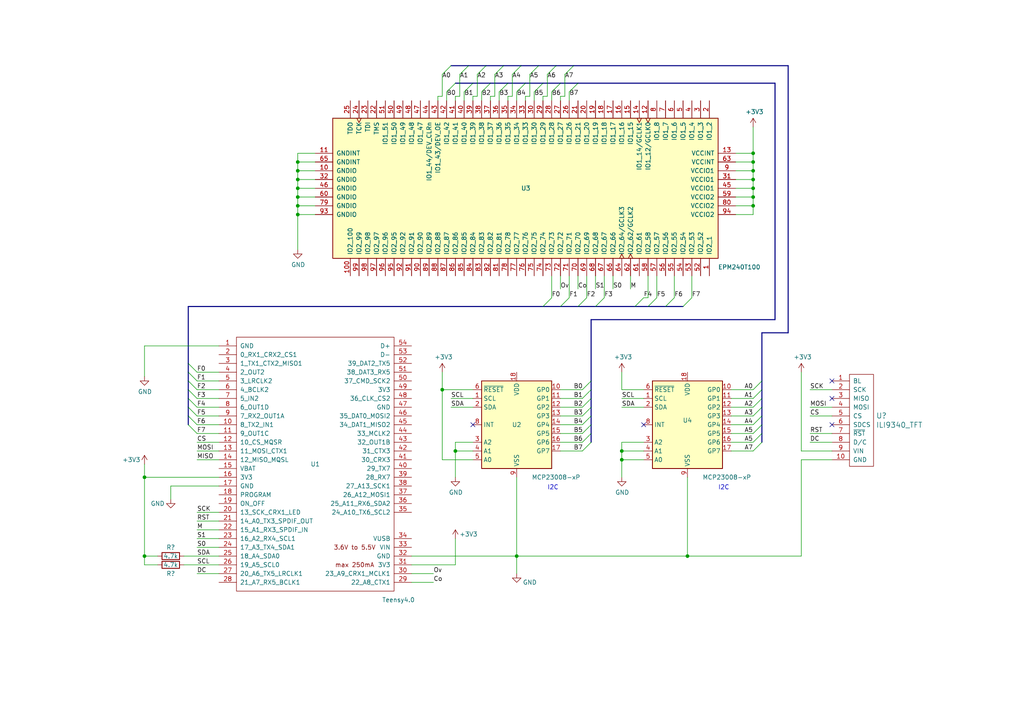
<source format=kicad_sch>
(kicad_sch (version 20230121) (generator eeschema)
  (paper "A4")
  (title_block (company "John Greenwell"))
  (lib_symbols
    (symbol "CPLD_Altera:EPM240T100" (pin_names (offset 1.016))
      (property "Reference" "U" (at 10.16 57.15 0))
      (property "Value" "EPM240T100" (at 10.16 -57.15 0))
      (symbol "EPM240T100_1_1"
        (rectangle (start -20.32 55.88) (end 20.32 -55.88) (stroke (width 0.254)) (fill (type background)))
        (pin bidirectional line (at 25.4 53.34 180) (length 5.08) (name "IO2_1") (number "1"))
        (pin power_in line (at -5.08 -60.96 90) (length 5.08) (name "GNDIO") (number "10"))
        (pin bidirectional line (at 25.4 -50.8 180) (length 5.08) (name "IO2_100") (number "100"))
        (pin power_in line (at -10.16 -60.96 90) (length 5.08) (name "GNDINT") (number "11"))
        (pin bidirectional clock (at -25.4 35.56 0) (length 5.08) (name "IO1_12/GCLK0") (number "12"))
        (pin power_in line (at -10.16 60.96 270) (length 5.08) (name "VCCINT") (number "13"))
        (pin bidirectional clock (at -25.4 33.02 0) (length 5.08) (name "IO1_14/GCLK1") (number "14"))
        (pin bidirectional line (at -25.4 30.48 0) (length 5.08) (name "IO1_15") (number "15"))
        (pin bidirectional line (at -25.4 27.94 0) (length 5.08) (name "IO1_16") (number "16"))
        (pin bidirectional line (at -25.4 25.4 0) (length 5.08) (name "IO1_17") (number "17"))
        (pin bidirectional line (at -25.4 22.86 0) (length 5.08) (name "IO1_18") (number "18"))
        (pin bidirectional line (at -25.4 20.32 0) (length 5.08) (name "IO1_19") (number "19"))
        (pin bidirectional line (at -25.4 53.34 0) (length 5.08) (name "IO1_2") (number "2"))
        (pin bidirectional line (at -25.4 17.78 0) (length 5.08) (name "IO1_20") (number "20"))
        (pin bidirectional line (at -25.4 15.24 0) (length 5.08) (name "IO1_21") (number "21"))
        (pin input line (at -25.4 -43.18 0) (length 5.08) (name "TMS") (number "22"))
        (pin input line (at -25.4 -45.72 0) (length 5.08) (name "TDI") (number "23"))
        (pin input clock (at -25.4 -48.26 0) (length 5.08) (name "TCK") (number "24"))
        (pin output line (at -25.4 -50.8 0) (length 5.08) (name "TDO") (number "25"))
        (pin bidirectional line (at -25.4 12.7 0) (length 5.08) (name "IO1_26") (number "26"))
        (pin bidirectional line (at -25.4 10.16 0) (length 5.08) (name "IO1_27") (number "27"))
        (pin bidirectional line (at -25.4 7.62 0) (length 5.08) (name "IO1_28") (number "28"))
        (pin bidirectional line (at -25.4 5.08 0) (length 5.08) (name "IO1_29") (number "29"))
        (pin bidirectional line (at -25.4 50.8 0) (length 5.08) (name "IO1_3") (number "3"))
        (pin bidirectional line (at -25.4 2.54 0) (length 5.08) (name "IO1_30") (number "30"))
        (pin power_in line (at -2.54 60.96 270) (length 5.08) (name "VCCIO1") (number "31"))
        (pin power_in line (at -2.54 -60.96 90) (length 5.08) (name "GNDIO") (number "32"))
        (pin bidirectional line (at -25.4 0 0) (length 5.08) (name "IO1_33") (number "33"))
        (pin bidirectional line (at -25.4 -2.54 0) (length 5.08) (name "IO1_34") (number "34"))
        (pin bidirectional line (at -25.4 -5.08 0) (length 5.08) (name "IO1_35") (number "35"))
        (pin bidirectional line (at -25.4 -7.62 0) (length 5.08) (name "IO1_36") (number "36"))
        (pin bidirectional line (at -25.4 -10.16 0) (length 5.08) (name "IO1_37") (number "37"))
        (pin bidirectional line (at -25.4 -12.7 0) (length 5.08) (name "IO1_38") (number "38"))
        (pin bidirectional line (at -25.4 -15.24 0) (length 5.08) (name "IO1_39") (number "39"))
        (pin bidirectional line (at -25.4 48.26 0) (length 5.08) (name "IO1_4") (number "4"))
        (pin bidirectional line (at -25.4 -17.78 0) (length 5.08) (name "IO1_40") (number "40"))
        (pin bidirectional line (at -25.4 -20.32 0) (length 5.08) (name "IO1_41") (number "41"))
        (pin bidirectional line (at -25.4 -22.86 0) (length 5.08) (name "IO1_42") (number "42"))
        (pin bidirectional line (at -25.4 -25.4 0) (length 5.08) (name "IO1_43/DEV_OE") (number "43"))
        (pin bidirectional line (at -25.4 -27.94 0) (length 5.08) (name "IO1_44/DEV_CLRn") (number "44"))
        (pin power_in line (at 0 60.96 270) (length 5.08) (name "VCCIO1") (number "45"))
        (pin power_in line (at 0 -60.96 90) (length 5.08) (name "GNDIO") (number "46"))
        (pin bidirectional line (at -25.4 -30.48 0) (length 5.08) (name "IO1_47") (number "47"))
        (pin bidirectional line (at -25.4 -33.02 0) (length 5.08) (name "IO1_48") (number "48"))
        (pin bidirectional line (at -25.4 -35.56 0) (length 5.08) (name "IO1_49") (number "49"))
        (pin bidirectional line (at -25.4 45.72 0) (length 5.08) (name "IO1_5") (number "5"))
        (pin bidirectional line (at -25.4 -38.1 0) (length 5.08) (name "IO1_50") (number "50"))
        (pin bidirectional line (at -25.4 -40.64 0) (length 5.08) (name "IO1_51") (number "51"))
        (pin bidirectional line (at 25.4 50.8 180) (length 5.08) (name "IO2_52") (number "52"))
        (pin bidirectional line (at 25.4 48.26 180) (length 5.08) (name "IO2_53") (number "53"))
        (pin bidirectional line (at 25.4 45.72 180) (length 5.08) (name "IO2_54") (number "54"))
        (pin bidirectional line (at 25.4 43.18 180) (length 5.08) (name "IO2_55") (number "55"))
        (pin bidirectional line (at 25.4 40.64 180) (length 5.08) (name "IO2_56") (number "56"))
        (pin bidirectional line (at 25.4 38.1 180) (length 5.08) (name "IO2_57") (number "57"))
        (pin bidirectional line (at 25.4 35.56 180) (length 5.08) (name "IO2_58") (number "58"))
        (pin power_in line (at 2.54 60.96 270) (length 5.08) (name "VCCIO2") (number "59"))
        (pin bidirectional line (at -25.4 43.18 0) (length 5.08) (name "IO1_6") (number "6"))
        (pin power_in line (at 2.54 -60.96 90) (length 5.08) (name "GNDIO") (number "60"))
        (pin bidirectional line (at 25.4 33.02 180) (length 5.08) (name "IO2_61") (number "61"))
        (pin bidirectional clock (at 25.4 30.48 180) (length 5.08) (name "IO2_62/GCLK2") (number "62"))
        (pin power_in line (at -7.62 60.96 270) (length 5.08) (name "VCCINT") (number "63"))
        (pin bidirectional clock (at 25.4 27.94 180) (length 5.08) (name "IO2_64/GCLK3") (number "64"))
        (pin power_in line (at -7.62 -60.96 90) (length 5.08) (name "GNDINT") (number "65"))
        (pin bidirectional line (at 25.4 25.4 180) (length 5.08) (name "IO2_66") (number "66"))
        (pin bidirectional line (at 25.4 22.86 180) (length 5.08) (name "IO2_67") (number "67"))
        (pin bidirectional line (at 25.4 20.32 180) (length 5.08) (name "IO2_68") (number "68"))
        (pin bidirectional line (at 25.4 17.78 180) (length 5.08) (name "IO2_69") (number "69"))
        (pin bidirectional line (at -25.4 40.64 0) (length 5.08) (name "IO1_7") (number "7"))
        (pin bidirectional line (at 25.4 15.24 180) (length 5.08) (name "IO2_70") (number "70"))
        (pin bidirectional line (at 25.4 12.7 180) (length 5.08) (name "IO2_71") (number "71"))
        (pin bidirectional line (at 25.4 10.16 180) (length 5.08) (name "IO2_72") (number "72"))
        (pin bidirectional line (at 25.4 7.62 180) (length 5.08) (name "IO2_73") (number "73"))
        (pin bidirectional line (at 25.4 5.08 180) (length 5.08) (name "IO2_74") (number "74"))
        (pin bidirectional line (at 25.4 2.54 180) (length 5.08) (name "IO2_75") (number "75"))
        (pin bidirectional line (at 25.4 0 180) (length 5.08) (name "IO2_76") (number "76"))
        (pin bidirectional line (at 25.4 -2.54 180) (length 5.08) (name "IO2_77") (number "77"))
        (pin bidirectional line (at 25.4 -5.08 180) (length 5.08) (name "IO2_78") (number "78"))
        (pin power_in line (at 5.08 -60.96 90) (length 5.08) (name "GNDIO") (number "79"))
        (pin bidirectional line (at -25.4 38.1 0) (length 5.08) (name "IO1_8") (number "8"))
        (pin power_in line (at 5.08 60.96 270) (length 5.08) (name "VCCIO2") (number "80"))
        (pin bidirectional line (at 25.4 -7.62 180) (length 5.08) (name "IO2_81") (number "81"))
        (pin bidirectional line (at 25.4 -10.16 180) (length 5.08) (name "IO2_82") (number "82"))
        (pin bidirectional line (at 25.4 -12.7 180) (length 5.08) (name "IO2_83") (number "83"))
        (pin bidirectional line (at 25.4 -15.24 180) (length 5.08) (name "IO2_84") (number "84"))
        (pin bidirectional line (at 25.4 -17.78 180) (length 5.08) (name "IO2_85") (number "85"))
        (pin bidirectional line (at 25.4 -20.32 180) (length 5.08) (name "IO2_86") (number "86"))
        (pin bidirectional line (at 25.4 -22.86 180) (length 5.08) (name "IO2_87") (number "87"))
        (pin bidirectional line (at 25.4 -25.4 180) (length 5.08) (name "IO2_88") (number "88"))
        (pin bidirectional line (at 25.4 -27.94 180) (length 5.08) (name "IO2_89") (number "89"))
        (pin power_in line (at -5.08 60.96 270) (length 5.08) (name "VCCIO1") (number "9"))
        (pin bidirectional line (at 25.4 -30.48 180) (length 5.08) (name "IO2_90") (number "90"))
        (pin bidirectional line (at 25.4 -33.02 180) (length 5.08) (name "IO2_91") (number "91"))
        (pin bidirectional line (at 25.4 -35.56 180) (length 5.08) (name "IO2_92") (number "92"))
        (pin power_in line (at 7.62 -60.96 90) (length 5.08) (name "GNDIO") (number "93"))
        (pin power_in line (at 7.62 60.96 270) (length 5.08) (name "VCCIO2") (number "94"))
        (pin bidirectional line (at 25.4 -38.1 180) (length 5.08) (name "IO2_95") (number "95"))
        (pin bidirectional line (at 25.4 -40.64 180) (length 5.08) (name "IO2_96") (number "96"))
        (pin bidirectional line (at 25.4 -43.18 180) (length 5.08) (name "IO2_97") (number "97"))
        (pin bidirectional line (at 25.4 -45.72 180) (length 5.08) (name "IO2_98") (number "98"))
        (pin bidirectional line (at 25.4 -48.26 180) (length 5.08) (name "IO2_99") (number "99"))
      )
    )
    (symbol "Device:R" (pin_numbers hide) (pin_names (offset 0))
      (property "Reference" "R" (at 2.032 0 90))
      (property "Value" "R" (at 0 0 90))
      (symbol "R_0_1"
        (rectangle (start -1.016 -2.54) (end 1.016 2.54) (stroke (width 0.254)))
      )
      (symbol "R_1_1"
        (pin passive line (at 0 3.81 270) (length 1.27) (name "~") (number "1"))
        (pin passive line (at 0 -3.81 90) (length 1.27) (name "~") (number "2"))
      )
    )
    (symbol "Interface_Expansion:MCP23008-xP"
      (property "Reference" "U" (at -8.89 13.97 0))
      (property "Value" "MCP23008-xP" (at 8.89 13.97 0))
      (symbol "MCP23008-xP_0_1"
        (rectangle (start -10.16 12.7) (end 10.16 -12.7) (stroke (width 0.254)) (fill (type background)))
      )
      (symbol "MCP23008-xP_1_1"
        (pin input line (at -12.7 7.62 0) (length 2.54) (name "SCL") (number "1"))
        (pin bidirectional line (at 12.7 10.16 180) (length 2.54) (name "GP0") (number "10"))
        (pin bidirectional line (at 12.7 7.62 180) (length 2.54) (name "GP1") (number "11"))
        (pin bidirectional line (at 12.7 5.08 180) (length 2.54) (name "GP2") (number "12"))
        (pin bidirectional line (at 12.7 2.54 180) (length 2.54) (name "GP3") (number "13"))
        (pin bidirectional line (at 12.7 0 180) (length 2.54) (name "GP4") (number "14"))
        (pin bidirectional line (at 12.7 -2.54 180) (length 2.54) (name "GP5") (number "15"))
        (pin bidirectional line (at 12.7 -5.08 180) (length 2.54) (name "GP6") (number "16"))
        (pin bidirectional line (at 12.7 -7.62 180) (length 2.54) (name "GP7") (number "17"))
        (pin power_in line (at 0 15.24 270) (length 2.54) (name "VDD") (number "18"))
        (pin bidirectional line (at -12.7 5.08 0) (length 2.54) (name "SDA") (number "2"))
        (pin input line (at -12.7 -5.08 0) (length 2.54) (name "A2") (number "3"))
        (pin input line (at -12.7 -7.62 0) (length 2.54) (name "A1") (number "4"))
        (pin input line (at -12.7 -10.16 0) (length 2.54) (name "A0") (number "5"))
        (pin input line (at -12.7 10.16 0) (length 2.54) (name "~{RESET}") (number "6"))
        (pin no_connect line (at -10.16 -2.54 0) (length 2.54) hide (name "NC") (number "7"))
        (pin output line (at -12.7 0 0) (length 2.54) (name "INT") (number "8"))
        (pin power_in line (at 0 -15.24 90) (length 2.54) (name "VSS") (number "9"))
      )
    )
    (symbol "ili9340_tft:ILI9340_TFT" (pin_names (offset 1.016))
      (property "Reference" "U" (at 4.445 0 0))
      (property "Value" "ILI9340_TFT" (at 6.985 -15.875 0))
      (symbol "ILI9340_TFT_0_1"
        (rectangle (start -3.81 12.065) (end 3.175 -14.605))
      )
      (symbol "ILI9340_TFT_1_1"
        (pin passive line (at -8.89 10.16 0) (length 5.08) (name "BL") (number "1"))
        (pin power_in line (at -8.89 -12.7 0) (length 5.08) (name "GND") (number "10"))
        (pin passive line (at -8.89 7.62 0) (length 5.08) (name "SCK") (number "2"))
        (pin passive line (at -8.89 5.08 0) (length 5.08) (name "MISO") (number "3"))
        (pin passive line (at -8.89 2.54 0) (length 5.08) (name "MOSI") (number "4"))
        (pin passive line (at -8.89 0 0) (length 5.08) (name "CS") (number "5"))
        (pin passive line (at -8.89 -2.54 0) (length 5.08) (name "SDCS") (number "6"))
        (pin passive line (at -8.89 -5.08 0) (length 5.08) (name "~{RST}") (number "7"))
        (pin passive line (at -8.89 -7.62 0) (length 5.08) (name "D/C") (number "8"))
        (pin power_in line (at -8.89 -10.16 0) (length 5.08) (name "VIN") (number "9"))
      )
    )
    (symbol "power:+3V3" (power) (pin_names (offset 0))
      (property "Value" "+3V3" (at 0 3.556 0))
      (symbol "+3V3_0_1"
        (polyline (pts (xy -0.762 1.27) (xy 0 2.54)))
        (polyline (pts (xy 0 0) (xy 0 2.54)))
        (polyline (pts (xy 0 2.54) (xy 0.762 1.27)))
      )
      (symbol "+3V3_1_1"
        (pin power_in line (at 0 0 90) (length 0) hide (name "+3V3") (number "1"))
      )
    )
    (symbol "power:GND" (power) (pin_names (offset 0))
      (property "Value" "GND" (at 0 -3.81 0))
      (symbol "GND_0_1"
        (polyline (pts (xy 0 0) (xy 0 -1.27) (xy 1.27 -1.27) (xy 0 -2.54) (xy -1.27 -1.27) (xy 0 -1.27)))
      )
      (symbol "GND_1_1"
        (pin power_in line (at 0 0 270) (length 0) hide (name "GND") (number "1"))
      )
    )
    (symbol "teensy:Teensy4.0" (pin_names (offset 1.016))
      (property "Reference" "U" (at 0 39.37 0))
      (property "Value" "Teensy4.0" (at 0 -39.37 0))
      (symbol "Teensy4.0_0_0"
        (text "3.6V to 5.5V" (at 11.43 -24.13 0) (effects (font (size 1.27 1.27))))
        (text "max 250mA" (at 11.43 -29.21 0) (effects (font (size 1.27 1.27))))
        (pin bidirectional line (at -27.94 11.43 0) (length 5.08) (name "8_TX2_IN1") (number "10"))
        (pin bidirectional line (at -27.94 8.89 0) (length 5.08) (name "9_OUT1C") (number "11"))
        (pin bidirectional line (at -27.94 6.35 0) (length 5.08) (name "10_CS_MQSR") (number "12"))
        (pin bidirectional line (at -27.94 3.81 0) (length 5.08) (name "11_MOSI_CTX1") (number "13"))
        (pin bidirectional line (at -27.94 1.27 0) (length 5.08) (name "12_MISO_MQSL") (number "14"))
        (pin power_in line (at -27.94 -1.27 0) (length 5.08) (name "VBAT") (number "15"))
        (pin power_in line (at -27.94 -3.81 0) (length 5.08) (name "3V3") (number "16"))
        (pin power_in line (at -27.94 -6.35 0) (length 5.08) (name "GND") (number "17"))
        (pin input line (at -27.94 -8.89 0) (length 5.08) (name "PROGRAM") (number "18"))
        (pin input line (at -27.94 -11.43 0) (length 5.08) (name "ON_OFF") (number "19"))
        (pin bidirectional line (at -27.94 -13.97 0) (length 5.08) (name "13_SCK_CRX1_LED") (number "20"))
        (pin bidirectional line (at -27.94 -16.51 0) (length 5.08) (name "14_A0_TX3_SPDIF_OUT") (number "21"))
        (pin bidirectional line (at -27.94 -19.05 0) (length 5.08) (name "15_A1_RX3_SPDIF_IN") (number "22"))
        (pin bidirectional line (at -27.94 -21.59 0) (length 5.08) (name "16_A2_RX4_SCL1") (number "23"))
        (pin bidirectional line (at -27.94 -24.13 0) (length 5.08) (name "17_A3_TX4_SDA1") (number "24"))
        (pin bidirectional line (at -27.94 -26.67 0) (length 5.08) (name "18_A4_SDA0") (number "25"))
        (pin bidirectional line (at -27.94 -29.21 0) (length 5.08) (name "19_A5_SCL0") (number "26"))
        (pin bidirectional line (at -27.94 -31.75 0) (length 5.08) (name "20_A6_TX5_LRCLK1") (number "27"))
        (pin bidirectional line (at -27.94 -34.29 0) (length 5.08) (name "21_A7_RX5_BCLK1") (number "28"))
        (pin bidirectional line (at 27.94 -34.29 180) (length 5.08) (name "22_A8_CTX1") (number "29"))
        (pin bidirectional line (at 27.94 -31.75 180) (length 5.08) (name "23_A9_CRX1_MCLK1") (number "30"))
        (pin power_out line (at 27.94 -29.21 180) (length 5.08) (name "3V3") (number "31"))
        (pin power_in line (at 27.94 -26.67 180) (length 5.08) (name "GND") (number "32"))
        (pin power_in line (at 27.94 -24.13 180) (length 5.08) (name "VIN") (number "33"))
        (pin power_out line (at 27.94 -21.59 180) (length 5.08) (name "VUSB") (number "34"))
        (pin bidirectional line (at 27.94 -13.97 180) (length 5.08) (name "24_A10_TX6_SCL2") (number "35"))
        (pin bidirectional line (at 27.94 -11.43 180) (length 5.08) (name "25_A11_RX6_SDA2") (number "36"))
        (pin bidirectional line (at 27.94 -8.89 180) (length 5.08) (name "26_A12_MOSI1") (number "37"))
        (pin bidirectional line (at 27.94 -6.35 180) (length 5.08) (name "27_A13_SCK1") (number "38"))
        (pin bidirectional line (at 27.94 -3.81 180) (length 5.08) (name "28_RX7") (number "39"))
        (pin bidirectional line (at 27.94 -1.27 180) (length 5.08) (name "29_TX7") (number "40"))
        (pin bidirectional line (at 27.94 1.27 180) (length 5.08) (name "30_CRX3") (number "41"))
        (pin bidirectional line (at 27.94 3.81 180) (length 5.08) (name "31_CTX3") (number "42"))
        (pin bidirectional line (at 27.94 6.35 180) (length 5.08) (name "32_OUT1B") (number "43"))
        (pin bidirectional line (at 27.94 8.89 180) (length 5.08) (name "33_MCLK2") (number "44"))
        (pin bidirectional line (at 27.94 11.43 180) (length 5.08) (name "34_DAT1_MISO2") (number "45"))
        (pin bidirectional line (at 27.94 13.97 180) (length 5.08) (name "35_DAT0_MOSI2") (number "46"))
        (pin power_out line (at 27.94 16.51 180) (length 5.08) (name "GND") (number "47"))
        (pin bidirectional line (at 27.94 19.05 180) (length 5.08) (name "36_CLK_CS2") (number "48"))
        (pin power_out line (at 27.94 21.59 180) (length 5.08) (name "3V3") (number "49"))
        (pin bidirectional line (at -27.94 24.13 0) (length 5.08) (name "3_LRCLK2") (number "5"))
        (pin bidirectional line (at 27.94 24.13 180) (length 5.08) (name "37_CMD_SCK2") (number "50"))
        (pin bidirectional line (at 27.94 26.67 180) (length 5.08) (name "38_DAT3_RX5") (number "51"))
        (pin bidirectional line (at 27.94 29.21 180) (length 5.08) (name "39_DAT2_TX5") (number "52"))
        (pin bidirectional line (at 27.94 31.75 180) (length 5.08) (name "D-") (number "53"))
        (pin bidirectional line (at 27.94 34.29 180) (length 5.08) (name "D+") (number "54"))
        (pin bidirectional line (at -27.94 21.59 0) (length 5.08) (name "4_BCLK2") (number "6"))
        (pin bidirectional line (at -27.94 19.05 0) (length 5.08) (name "5_IN2") (number "7"))
        (pin bidirectional line (at -27.94 16.51 0) (length 5.08) (name "6_OUT1D") (number "8"))
        (pin bidirectional line (at -27.94 13.97 0) (length 5.08) (name "7_RX2_OUT1A") (number "9"))
      )
      (symbol "Teensy4.0_0_1"
        (rectangle (start -22.86 36.83) (end 22.86 -36.83))
        (rectangle (start -20.32 -31.75) (end -20.32 -31.75))
      )
      (symbol "Teensy4.0_1_1"
        (pin power_in line (at -27.94 34.29 0) (length 5.08) (name "GND") (number "1"))
        (pin bidirectional line (at -27.94 31.75 0) (length 5.08) (name "0_RX1_CRX2_CS1") (number "2"))
        (pin bidirectional line (at -27.94 29.21 0) (length 5.08) (name "1_TX1_CTX2_MISO1") (number "3"))
        (pin bidirectional line (at -27.94 26.67 0) (length 5.08) (name "2_OUT2") (number "4"))
      )
    )
  )
  (junction (at 180.34 130.81))
  (junction (at 86.36 57.15))
  (junction (at 41.91 161.29))
  (junction (at 199.39 161.29))
  (junction (at 128.27 113.03))
  (junction (at 86.36 46.99))
  (junction (at 132.08 130.81))
  (junction (at 86.36 49.53))
  (junction (at 149.86 161.29))
  (junction (at 218.44 57.15))
  (junction (at 218.44 44.45))
  (junction (at 86.36 59.69))
  (junction (at 86.36 52.07))
  (junction (at 180.34 133.35))
  (junction (at 218.44 52.07))
  (junction (at 86.36 62.23))
  (junction (at 218.44 49.53))
  (junction (at 218.44 54.61))
  (junction (at 41.91 138.43))
  (junction (at 218.44 46.99))
  (junction (at 218.44 59.69))
  (junction (at 86.36 54.61))
  (no_connect (at 241.3 115.57))
  (no_connect (at 137.16 123.19))
  (no_connect (at 186.69 123.19))
  (no_connect (at 241.3 110.49))
  (no_connect (at 241.3 123.19))
  (bus_entry (at 138.43 21.59) (size 2.54 -2.54))
  (bus_entry (at 54.61 120.65) (size 2.54 2.54))
  (bus_entry (at 163.83 21.59) (size 2.54 -2.54))
  (bus_entry (at 218.44 125.73) (size 2.54 -2.54))
  (bus_entry (at 172.72 88.9) (size 2.54 -2.54))
  (bus_entry (at 168.91 115.57) (size 2.54 -2.54))
  (bus_entry (at 168.91 113.03) (size 2.54 -2.54))
  (bus_entry (at 129.54 26.67) (size 2.54 -2.54))
  (bus_entry (at 54.61 107.95) (size 2.54 2.54))
  (bus_entry (at 134.62 26.67) (size 2.54 -2.54))
  (bus_entry (at 157.48 88.9) (size 2.54 -2.54))
  (bus_entry (at 218.44 118.11) (size 2.54 -2.54))
  (bus_entry (at 168.91 125.73) (size 2.54 -2.54))
  (bus_entry (at 139.7 26.67) (size 2.54 -2.54))
  (bus_entry (at 218.44 113.03) (size 2.54 -2.54))
  (bus_entry (at 165.1 26.67) (size 2.54 -2.54))
  (bus_entry (at 158.75 21.59) (size 2.54 -2.54))
  (bus_entry (at 144.78 26.67) (size 2.54 -2.54))
  (bus_entry (at 128.27 21.59) (size 2.54 -2.54))
  (bus_entry (at 218.44 120.65) (size 2.54 -2.54))
  (bus_entry (at 198.12 88.9) (size 2.54 -2.54))
  (bus_entry (at 167.64 88.9) (size 2.54 -2.54))
  (bus_entry (at 54.61 113.03) (size 2.54 2.54))
  (bus_entry (at 54.61 123.19) (size 2.54 2.54))
  (bus_entry (at 162.56 88.9) (size 2.54 -2.54))
  (bus_entry (at 218.44 115.57) (size 2.54 -2.54))
  (bus_entry (at 133.35 21.59) (size 2.54 -2.54))
  (bus_entry (at 168.91 118.11) (size 2.54 -2.54))
  (bus_entry (at 184.15 88.9) (size 2.54 -2.54))
  (bus_entry (at 160.02 26.67) (size 2.54 -2.54))
  (bus_entry (at 168.91 130.81) (size 2.54 -2.54))
  (bus_entry (at 54.61 110.49) (size 2.54 2.54))
  (bus_entry (at 149.86 26.67) (size 2.54 -2.54))
  (bus_entry (at 54.61 118.11) (size 2.54 2.54))
  (bus_entry (at 168.91 120.65) (size 2.54 -2.54))
  (bus_entry (at 168.91 128.27) (size 2.54 -2.54))
  (bus_entry (at 218.44 128.27) (size 2.54 -2.54))
  (bus_entry (at 154.94 26.67) (size 2.54 -2.54))
  (bus_entry (at 218.44 130.81) (size 2.54 -2.54))
  (bus_entry (at 193.04 88.9) (size 2.54 -2.54))
  (bus_entry (at 54.61 105.41) (size 2.54 2.54))
  (bus_entry (at 187.96 88.9) (size 2.54 -2.54))
  (bus_entry (at 143.51 21.59) (size 2.54 -2.54))
  (bus_entry (at 54.61 115.57) (size 2.54 2.54))
  (bus_entry (at 218.44 123.19) (size 2.54 -2.54))
  (bus_entry (at 148.59 21.59) (size 2.54 -2.54))
  (bus_entry (at 168.91 123.19) (size 2.54 -2.54))
  (bus_entry (at 153.67 21.59) (size 2.54 -2.54))
  (wire (pts (xy 119.38 166.37) (xy 125.73 166.37)))
  (wire (pts (xy 158.75 27.94) (xy 158.75 21.59)))
  (bus (pts (xy 54.61 107.95) (xy 54.61 110.49)))
  (wire (pts (xy 63.5 153.67) (xy 57.15 153.67)))
  (wire (pts (xy 162.56 125.73) (xy 168.91 125.73)))
  (bus (pts (xy 171.45 110.49) (xy 171.45 113.03)))
  (bus (pts (xy 171.45 115.57) (xy 171.45 118.11)))
  (wire (pts (xy 63.5 148.59) (xy 57.15 148.59)))
  (wire (pts (xy 218.44 62.23) (xy 218.44 59.69)))
  (bus (pts (xy 162.56 24.13) (xy 167.64 24.13)))
  (wire (pts (xy 241.3 120.65) (xy 234.95 120.65)))
  (wire (pts (xy 119.38 163.83) (xy 132.08 163.83)))
  (wire (pts (xy 157.48 27.94) (xy 158.75 27.94)))
  (wire (pts (xy 162.56 113.03) (xy 168.91 113.03)))
  (wire (pts (xy 137.16 27.94) (xy 138.43 27.94)))
  (wire (pts (xy 175.26 80.01) (xy 175.26 86.36)))
  (wire (pts (xy 165.1 26.67) (xy 165.1 29.21)))
  (bus (pts (xy 135.89 19.05) (xy 140.97 19.05)))
  (wire (pts (xy 91.44 54.61) (xy 86.36 54.61)))
  (bus (pts (xy 132.08 24.13) (xy 137.16 24.13)))
  (bus (pts (xy 142.24 24.13) (xy 147.32 24.13)))
  (wire (pts (xy 167.64 80.01) (xy 167.64 83.82)))
  (bus (pts (xy 184.15 88.9) (xy 187.96 88.9)))
  (wire (pts (xy 86.36 46.99) (xy 86.36 49.53)))
  (wire (pts (xy 213.36 62.23) (xy 218.44 62.23)))
  (bus (pts (xy 167.64 88.9) (xy 172.72 88.9)))
  (bus (pts (xy 157.48 24.13) (xy 162.56 24.13)))
  (wire (pts (xy 57.15 118.11) (xy 63.5 118.11)))
  (wire (pts (xy 132.08 163.83) (xy 132.08 156.21)))
  (wire (pts (xy 86.36 52.07) (xy 86.36 54.61)))
  (wire (pts (xy 180.34 130.81) (xy 180.34 133.35)))
  (bus (pts (xy 171.45 92.71) (xy 224.79 92.71)))
  (wire (pts (xy 86.36 54.61) (xy 86.36 57.15)))
  (bus (pts (xy 162.56 88.9) (xy 167.64 88.9)))
  (wire (pts (xy 200.66 80.01) (xy 200.66 86.36)))
  (wire (pts (xy 199.39 161.29) (xy 199.39 138.43)))
  (bus (pts (xy 220.98 110.49) (xy 220.98 113.03)))
  (wire (pts (xy 91.44 49.53) (xy 86.36 49.53)))
  (wire (pts (xy 41.91 100.33) (xy 41.91 109.22)))
  (wire (pts (xy 241.3 113.03) (xy 234.95 113.03)))
  (wire (pts (xy 91.44 62.23) (xy 86.36 62.23)))
  (wire (pts (xy 187.96 80.01) (xy 187.96 86.36)))
  (wire (pts (xy 190.5 80.01) (xy 190.5 86.36)))
  (wire (pts (xy 149.86 161.29) (xy 199.39 161.29)))
  (wire (pts (xy 63.5 166.37) (xy 57.15 166.37)))
  (wire (pts (xy 142.24 29.21) (xy 142.24 27.94)))
  (wire (pts (xy 63.5 120.65) (xy 57.15 120.65)))
  (wire (pts (xy 86.36 59.69) (xy 86.36 62.23)))
  (wire (pts (xy 212.09 120.65) (xy 218.44 120.65)))
  (wire (pts (xy 213.36 57.15) (xy 218.44 57.15)))
  (wire (pts (xy 128.27 113.03) (xy 137.16 113.03)))
  (wire (pts (xy 232.41 161.29) (xy 232.41 133.35)))
  (bus (pts (xy 220.98 123.19) (xy 220.98 125.73)))
  (wire (pts (xy 162.56 80.01) (xy 162.56 83.82)))
  (wire (pts (xy 218.44 57.15) (xy 218.44 54.61)))
  (wire (pts (xy 139.7 26.67) (xy 139.7 29.21)))
  (bus (pts (xy 171.45 118.11) (xy 171.45 120.65)))
  (wire (pts (xy 162.56 29.21) (xy 162.56 27.94)))
  (bus (pts (xy 54.61 115.57) (xy 54.61 118.11)))
  (wire (pts (xy 128.27 27.94) (xy 128.27 21.59)))
  (wire (pts (xy 147.32 29.21) (xy 147.32 27.94)))
  (bus (pts (xy 140.97 19.05) (xy 146.05 19.05)))
  (wire (pts (xy 127 27.94) (xy 128.27 27.94)))
  (wire (pts (xy 63.5 156.21) (xy 57.15 156.21)))
  (wire (pts (xy 212.09 123.19) (xy 218.44 123.19)))
  (wire (pts (xy 63.5 138.43) (xy 41.91 138.43)))
  (wire (pts (xy 137.16 29.21) (xy 137.16 27.94)))
  (wire (pts (xy 232.41 130.81) (xy 241.3 130.81)))
  (wire (pts (xy 132.08 27.94) (xy 133.35 27.94)))
  (wire (pts (xy 218.44 54.61) (xy 218.44 52.07)))
  (wire (pts (xy 57.15 123.19) (xy 63.5 123.19)))
  (wire (pts (xy 53.34 163.83) (xy 63.5 163.83)))
  (wire (pts (xy 212.09 118.11) (xy 218.44 118.11)))
  (wire (pts (xy 63.5 125.73) (xy 57.15 125.73)))
  (bus (pts (xy 167.64 24.13) (xy 224.79 24.13)))
  (wire (pts (xy 63.5 115.57) (xy 57.15 115.57)))
  (wire (pts (xy 63.5 100.33) (xy 41.91 100.33)))
  (bus (pts (xy 193.04 88.9) (xy 198.12 88.9)))
  (bus (pts (xy 187.96 88.9) (xy 193.04 88.9)))
  (wire (pts (xy 137.16 130.81) (xy 132.08 130.81)))
  (wire (pts (xy 241.3 125.73) (xy 234.95 125.73)))
  (bus (pts (xy 54.61 113.03) (xy 54.61 115.57)))
  (wire (pts (xy 213.36 49.53) (xy 218.44 49.53)))
  (wire (pts (xy 213.36 52.07) (xy 218.44 52.07)))
  (wire (pts (xy 91.44 46.99) (xy 86.36 46.99)))
  (bus (pts (xy 54.61 120.65) (xy 54.61 123.19)))
  (wire (pts (xy 162.56 130.81) (xy 168.91 130.81)))
  (wire (pts (xy 45.72 163.83) (xy 41.91 163.83)))
  (wire (pts (xy 91.44 52.07) (xy 86.36 52.07)))
  (wire (pts (xy 186.69 130.81) (xy 180.34 130.81)))
  (bus (pts (xy 54.61 118.11) (xy 54.61 120.65)))
  (bus (pts (xy 171.45 120.65) (xy 171.45 123.19)))
  (bus (pts (xy 171.45 113.03) (xy 171.45 115.57)))
  (wire (pts (xy 49.53 140.97) (xy 49.53 144.78)))
  (wire (pts (xy 177.8 80.01) (xy 177.8 83.82)))
  (wire (pts (xy 218.44 46.99) (xy 218.44 44.45)))
  (wire (pts (xy 148.59 27.94) (xy 148.59 21.59)))
  (wire (pts (xy 213.36 46.99) (xy 218.44 46.99)))
  (wire (pts (xy 162.56 27.94) (xy 163.83 27.94)))
  (wire (pts (xy 212.09 115.57) (xy 218.44 115.57)))
  (wire (pts (xy 137.16 128.27) (xy 132.08 128.27)))
  (bus (pts (xy 220.98 96.52) (xy 228.6 96.52)))
  (wire (pts (xy 232.41 133.35) (xy 241.3 133.35)))
  (bus (pts (xy 224.79 92.71) (xy 224.79 24.13)))
  (wire (pts (xy 91.44 44.45) (xy 86.36 44.45)))
  (wire (pts (xy 128.27 113.03) (xy 128.27 107.95)))
  (wire (pts (xy 138.43 27.94) (xy 138.43 21.59)))
  (bus (pts (xy 151.13 19.05) (xy 156.21 19.05)))
  (wire (pts (xy 218.44 52.07) (xy 218.44 49.53)))
  (bus (pts (xy 220.98 125.73) (xy 220.98 128.27)))
  (wire (pts (xy 41.91 161.29) (xy 41.91 138.43)))
  (wire (pts (xy 149.86 161.29) (xy 149.86 166.37)))
  (bus (pts (xy 152.4 24.13) (xy 157.48 24.13)))
  (wire (pts (xy 63.5 110.49) (xy 57.15 110.49)))
  (wire (pts (xy 170.18 80.01) (xy 170.18 86.36)))
  (wire (pts (xy 187.96 86.36) (xy 186.69 86.36)))
  (bus (pts (xy 54.61 105.41) (xy 54.61 107.95)))
  (wire (pts (xy 212.09 128.27) (xy 218.44 128.27)))
  (wire (pts (xy 137.16 115.57) (xy 130.81 115.57)))
  (wire (pts (xy 63.5 130.81) (xy 57.15 130.81)))
  (bus (pts (xy 220.98 113.03) (xy 220.98 115.57)))
  (wire (pts (xy 132.08 128.27) (xy 132.08 130.81)))
  (wire (pts (xy 57.15 113.03) (xy 63.5 113.03)))
  (bus (pts (xy 172.72 88.9) (xy 184.15 88.9)))
  (wire (pts (xy 128.27 133.35) (xy 137.16 133.35)))
  (wire (pts (xy 63.5 140.97) (xy 49.53 140.97)))
  (wire (pts (xy 137.16 118.11) (xy 130.81 118.11)))
  (wire (pts (xy 133.35 27.94) (xy 133.35 21.59)))
  (wire (pts (xy 132.08 130.81) (xy 132.08 138.43)))
  (wire (pts (xy 143.51 27.94) (xy 143.51 21.59)))
  (bus (pts (xy 156.21 19.05) (xy 161.29 19.05)))
  (wire (pts (xy 152.4 27.94) (xy 153.67 27.94)))
  (bus (pts (xy 171.45 92.71) (xy 171.45 110.49)))
  (bus (pts (xy 228.6 96.52) (xy 228.6 19.05)))
  (wire (pts (xy 165.1 80.01) (xy 165.1 86.36)))
  (wire (pts (xy 186.69 133.35) (xy 180.34 133.35)))
  (wire (pts (xy 63.5 158.75) (xy 57.15 158.75)))
  (wire (pts (xy 186.69 128.27) (xy 180.34 128.27)))
  (wire (pts (xy 86.36 62.23) (xy 86.36 72.39)))
  (bus (pts (xy 137.16 24.13) (xy 142.24 24.13)))
  (wire (pts (xy 63.5 133.35) (xy 57.15 133.35)))
  (wire (pts (xy 218.44 59.69) (xy 218.44 57.15)))
  (wire (pts (xy 128.27 133.35) (xy 128.27 113.03)))
  (bus (pts (xy 157.48 88.9) (xy 162.56 88.9)))
  (wire (pts (xy 41.91 138.43) (xy 41.91 134.62)))
  (wire (pts (xy 41.91 163.83) (xy 41.91 161.29)))
  (wire (pts (xy 119.38 168.91) (xy 125.73 168.91)))
  (bus (pts (xy 54.61 88.9) (xy 157.48 88.9)))
  (bus (pts (xy 220.98 115.57) (xy 220.98 118.11)))
  (wire (pts (xy 153.67 27.94) (xy 153.67 21.59)))
  (wire (pts (xy 63.5 151.13) (xy 57.15 151.13)))
  (bus (pts (xy 171.45 125.73) (xy 171.45 128.27)))
  (wire (pts (xy 241.3 118.11) (xy 234.95 118.11)))
  (wire (pts (xy 157.48 29.21) (xy 157.48 27.94)))
  (wire (pts (xy 134.62 26.67) (xy 134.62 29.21)))
  (wire (pts (xy 149.86 26.67) (xy 149.86 29.21)))
  (bus (pts (xy 130.81 19.05) (xy 135.89 19.05)))
  (wire (pts (xy 63.5 128.27) (xy 57.15 128.27)))
  (wire (pts (xy 132.08 29.21) (xy 132.08 27.94)))
  (wire (pts (xy 241.3 128.27) (xy 234.95 128.27)))
  (bus (pts (xy 54.61 88.9) (xy 54.61 105.41)))
  (wire (pts (xy 213.36 54.61) (xy 218.44 54.61)))
  (wire (pts (xy 212.09 125.73) (xy 218.44 125.73)))
  (wire (pts (xy 180.34 113.03) (xy 180.34 107.95)))
  (wire (pts (xy 180.34 113.03) (xy 186.69 113.03)))
  (wire (pts (xy 186.69 115.57) (xy 180.34 115.57)))
  (wire (pts (xy 57.15 107.95) (xy 63.5 107.95)))
  (wire (pts (xy 182.88 80.01) (xy 182.88 83.82)))
  (bus (pts (xy 220.98 96.52) (xy 220.98 110.49)))
  (wire (pts (xy 127 29.21) (xy 127 27.94)))
  (bus (pts (xy 166.37 19.05) (xy 228.6 19.05)))
  (wire (pts (xy 180.34 128.27) (xy 180.34 130.81)))
  (wire (pts (xy 91.44 59.69) (xy 86.36 59.69)))
  (wire (pts (xy 160.02 26.67) (xy 160.02 29.21)))
  (wire (pts (xy 86.36 49.53) (xy 86.36 52.07)))
  (wire (pts (xy 86.36 44.45) (xy 86.36 46.99)))
  (wire (pts (xy 53.34 161.29) (xy 63.5 161.29)))
  (wire (pts (xy 162.56 118.11) (xy 168.91 118.11)))
  (wire (pts (xy 232.41 161.29) (xy 199.39 161.29)))
  (wire (pts (xy 129.54 26.67) (xy 129.54 29.21)))
  (wire (pts (xy 180.34 133.35) (xy 180.34 138.43)))
  (wire (pts (xy 147.32 27.94) (xy 148.59 27.94)))
  (wire (pts (xy 232.41 107.95) (xy 232.41 130.81)))
  (wire (pts (xy 144.78 26.67) (xy 144.78 29.21)))
  (wire (pts (xy 154.94 26.67) (xy 154.94 29.21)))
  (wire (pts (xy 160.02 80.01) (xy 160.02 86.36)))
  (wire (pts (xy 91.44 57.15) (xy 86.36 57.15)))
  (wire (pts (xy 162.56 128.27) (xy 168.91 128.27)))
  (wire (pts (xy 172.72 80.01) (xy 172.72 83.82)))
  (wire (pts (xy 119.38 161.29) (xy 149.86 161.29)))
  (wire (pts (xy 162.56 120.65) (xy 168.91 120.65)))
  (wire (pts (xy 149.86 138.43) (xy 149.86 161.29)))
  (wire (pts (xy 152.4 29.21) (xy 152.4 27.94)))
  (bus (pts (xy 54.61 110.49) (xy 54.61 113.03)))
  (wire (pts (xy 86.36 57.15) (xy 86.36 59.69)))
  (wire (pts (xy 162.56 123.19) (xy 168.91 123.19)))
  (bus (pts (xy 171.45 123.19) (xy 171.45 125.73)))
  (bus (pts (xy 220.98 120.65) (xy 220.98 123.19)))
  (wire (pts (xy 45.72 161.29) (xy 41.91 161.29)))
  (wire (pts (xy 212.09 130.81) (xy 218.44 130.81)))
  (bus (pts (xy 147.32 24.13) (xy 152.4 24.13)))
  (wire (pts (xy 162.56 115.57) (xy 168.91 115.57)))
  (wire (pts (xy 218.44 44.45) (xy 218.44 36.83)))
  (wire (pts (xy 186.69 118.11) (xy 180.34 118.11)))
  (bus (pts (xy 161.29 19.05) (xy 166.37 19.05)))
  (bus (pts (xy 146.05 19.05) (xy 151.13 19.05)))
  (wire (pts (xy 218.44 49.53) (xy 218.44 46.99)))
  (wire (pts (xy 195.58 80.01) (xy 195.58 86.36)))
  (wire (pts (xy 212.09 113.03) (xy 218.44 113.03)))
  (wire (pts (xy 163.83 27.94) (xy 163.83 21.59)))
  (bus (pts (xy 220.98 118.11) (xy 220.98 120.65)))
  (wire (pts (xy 213.36 44.45) (xy 218.44 44.45)))
  (wire (pts (xy 213.36 59.69) (xy 218.44 59.69)))
  (wire (pts (xy 142.24 27.94) (xy 143.51 27.94)))
  (text "I2C" (at 158.75 142.24 0) (effects (font (size 1.27 1.27)) (justify left bottom)))
  (text "I2C" (at 208.28 142.24 0) (effects (font (size 1.27 1.27)) (justify left bottom)))
  (label "B4" (at 149.86 27.94 0))
  (label "SDA" (at 57.15 161.29 0))
  (label "B6" (at 166.37 128.27 0))
  (label "Ov" (at 125.73 166.37 0))
  (label "SCL" (at 130.81 115.57 0))
  (label "B1" (at 134.62 27.94 0))
  (label "F2" (at 57.15 113.03 0))
  (label "S0" (at 57.15 158.75 0))
  (label "B2" (at 166.37 118.11 0))
  (label "SDA" (at 130.81 118.11 0))
  (label "CS" (at 234.95 120.65 0))
  (label "DC" (at 57.15 166.37 0))
  (label "B5" (at 166.37 125.73 0))
  (label "Co" (at 167.64 83.82 0))
  (label "B5" (at 154.94 27.94 0))
  (label "F2" (at 170.18 86.36 0))
  (label "A1" (at 133.35 22.86 0))
  (label "F7" (at 200.66 86.36 0))
  (label "A7" (at 215.9 130.81 0))
  (label "B1" (at 166.37 115.57 0))
  (label "A0" (at 215.9 113.03 0))
  (label "A3" (at 215.9 120.65 0))
  (label "SCL" (at 57.15 163.83 0))
  (label "A3" (at 143.51 22.86 0))
  (label "SDA" (at 180.34 118.11 0))
  (label "B3" (at 166.37 120.65 0))
  (label "MISO" (at 57.15 133.35 0))
  (label "B2" (at 139.7 27.94 0))
  (label "B7" (at 166.37 130.81 0))
  (label "CS" (at 57.15 128.27 0))
  (label "SCK" (at 57.15 148.59 0))
  (label "SCL" (at 180.34 115.57 0))
  (label "B4" (at 166.37 123.19 0))
  (label "A0" (at 128.27 22.86 0))
  (label "MOSI" (at 57.15 130.81 0))
  (label "F0" (at 160.02 86.36 0))
  (label "F7" (at 57.15 125.73 0))
  (label "A2" (at 138.43 22.86 0))
  (label "SCK" (at 234.95 113.03 0))
  (label "F1" (at 165.1 86.36 0))
  (label "A7" (at 163.83 22.86 0))
  (label "S1" (at 57.15 156.21 0))
  (label "A5" (at 215.9 128.27 0))
  (label "Co" (at 125.73 168.91 0))
  (label "F4" (at 57.15 118.11 0))
  (label "F3" (at 175.26 86.36 0))
  (label "F5" (at 190.5 86.36 0))
  (label "A5" (at 153.67 22.86 0))
  (label "F6" (at 57.15 123.19 0))
  (label "F0" (at 57.15 107.95 0))
  (label "RST" (at 57.15 151.13 0))
  (label "M" (at 182.88 83.82 0))
  (label "DC" (at 234.95 128.27 0))
  (label "A6" (at 158.75 22.86 0))
  (label "A1" (at 215.9 115.57 0))
  (label "F1" (at 57.15 110.49 0))
  (label "B3" (at 144.78 27.94 0))
  (label "S1" (at 172.72 83.82 0))
  (label "A2" (at 215.9 118.11 0))
  (label "F3" (at 57.15 115.57 0))
  (label "B6" (at 160.02 27.94 0))
  (label "MOSI" (at 234.95 118.11 0))
  (label "S0" (at 177.8 83.82 0))
  (label "B0" (at 129.54 27.94 0))
  (label "B7" (at 165.1 27.94 0))
  (label "A5" (at 215.9 125.73 0))
  (label "M" (at 57.15 153.67 0))
  (label "B0" (at 166.37 113.03 0))
  (label "A4" (at 215.9 123.19 0))
  (label "F4" (at 186.69 86.36 0))
  (label "A4" (at 148.59 22.86 0))
  (label "RST" (at 234.95 125.73 0))
  (label "Ov" (at 162.56 83.82 0))
  (label "F5" (at 57.15 120.65 0))
  (label "F6" (at 195.58 86.36 0))
  (symbol (lib_id "teensy:Teensy4.0") (at 91.44 134.62 0) (unit 1)
    (property "Reference" "U1" (at 91.44 134.62 0))
    (property "Value" "Teensy4.0" (at 115.57 173.99 0))
  )
  (symbol (lib_id "CPLD_Altera:EPM240T100") (at 152.4 54.61 270) (unit 1)
    (property "Reference" "U3" (at 151.13 54.61 90) (effects (justify left)))
    (property "Value" "EPM240T100" (at 208.28 77.47 90) (effects (justify left)))
    (property "Footprint" "Package_QFP:LQFP-100_14x14mm_P0.5mm" (effects hide))
    (property "Datasheet" "https://www.altera.com/content/dam/altera-www/global/en_US/pdfs/literature/hb/max2/max2_mii5v1.pdf" (effects hide))
  )
  (symbol (lib_id "Interface_Expansion:MCP23008-xP") (at 149.86 123.19 0) (unit 1)
    (property "Reference" "U2" (at 149.86 123.19 0))
    (property "Value" "MCP23008-xP" (at 161.29 138.43 0))
    (property "Footprint" "Package_DIP:DIP-18_W7.62mm" (effects hide))
    (property "Datasheet" "http://ww1.microchip.com/downloads/en/DeviceDoc/MCP23008-MCP23S08-Data-Sheet-20001919F.pdf" (effects hide))
  )
  (symbol (lib_id "Interface_Expansion:MCP23008-xP") (at 199.39 123.19 0) (unit 1)
    (property "Reference" "U4" (at 199.39 121.92 0))
    (property "Value" "MCP23008-xP" (at 210.82 138.43 0))
    (property "Footprint" "Package_DIP:DIP-18_W7.62mm" (effects hide))
    (property "Datasheet" "http://ww1.microchip.com/downloads/en/DeviceDoc/MCP23008-MCP23S08-Data-Sheet-20001919F.pdf" (effects hide))
  )
  (symbol (lib_id "power:+3V3") (at 41.91 134.62 0) (unit 1)
    (property "Reference" "#PWR02" (effects hide))
    (property "Value" "+3V3" (at 38.1 133.35 0))
  )
  (symbol (lib_id "power:GND") (at 49.53 144.78 0) (unit 1)
    (property "Reference" "#PWR03" (effects hide))
    (property "Value" "GND" (at 45.72 146.05 0))
  )
  (symbol (lib_id "power:GND") (at 149.86 166.37 0) (unit 1)
    (property "Reference" "#PWR08" (effects hide))
    (property "Value" "GND" (at 153.67 168.91 0))
  )
  (symbol (lib_id "power:+3V3") (at 132.08 156.21 0) (unit 1)
    (property "Reference" "#PWR07" (effects hide))
    (property "Value" "+3V3" (at 135.89 154.94 0))
  )
  (symbol (lib_id "power:+3V3") (at 128.27 107.95 0) (unit 1)
    (property "Reference" "#PWR06" (effects hide))
    (property "Value" "+3V3" (at 128.651 103.5558 0))
  )
  (symbol (lib_id "power:+3V3") (at 180.34 107.95 0) (unit 1)
    (property "Reference" "#PWR09" (effects hide))
    (property "Value" "+3V3" (at 180.721 103.5558 0))
  )
  (symbol (lib_id "power:+3V3") (at 232.41 107.95 0) (unit 1)
    (property "Reference" "#PWR012" (effects hide))
    (property "Value" "+3V3" (at 232.791 103.5558 0))
  )
  (symbol (lib_id "power:GND") (at 132.08 138.43 0) (unit 1)
    (property "Reference" "#PWR05" (effects hide))
    (property "Value" "GND" (at 132.207 142.8242 0))
  )
  (symbol (lib_id "power:GND") (at 180.34 138.43 0) (unit 1)
    (property "Reference" "#PWR010" (effects hide))
    (property "Value" "GND" (at 180.467 142.8242 0))
  )
  (symbol (lib_id "power:GND") (at 41.91 109.22 0) (unit 1)
    (property "Reference" "#PWR01" (effects hide))
    (property "Value" "GND" (at 42.037 113.6142 0))
  )
  (symbol (lib_id "ili9340_tft:ILI9340_TFT") (at 250.19 120.65 0) (unit 1)
    (property "Reference" "U?" (at 254.0762 120.5738 0) (effects (font (size 1.524 1.524)) (justify left)))
    (property "Value" "ILI9340_TFT" (at 254.0762 123.2662 0) (effects (font (size 1.524 1.524)) (justify left)))
  )
  (symbol (lib_id "power:+3V3") (at 218.44 36.83 0) (unit 1)
    (property "Reference" "#PWR011" (effects hide))
    (property "Value" "+3V3" (at 218.821 32.4358 0))
  )
  (symbol (lib_id "Device:R") (at 49.53 161.29 270) (unit 1)
    (property "Reference" "R?" (at 49.53 158.75 90))
    (property "Value" "4.7k" (at 49.53 161.29 90))
  )
  (symbol (lib_id "Device:R") (at 49.53 163.83 270) (unit 1)
    (property "Reference" "R?" (at 49.53 166.37 90))
    (property "Value" "4.7k" (at 49.53 163.83 90))
  )
  (symbol (lib_id "power:GND") (at 86.36 72.39 0) (unit 1)
    (property "Reference" "#PWR04" (effects hide))
    (property "Value" "GND" (at 86.487 76.7842 0))
  )
)
</source>
